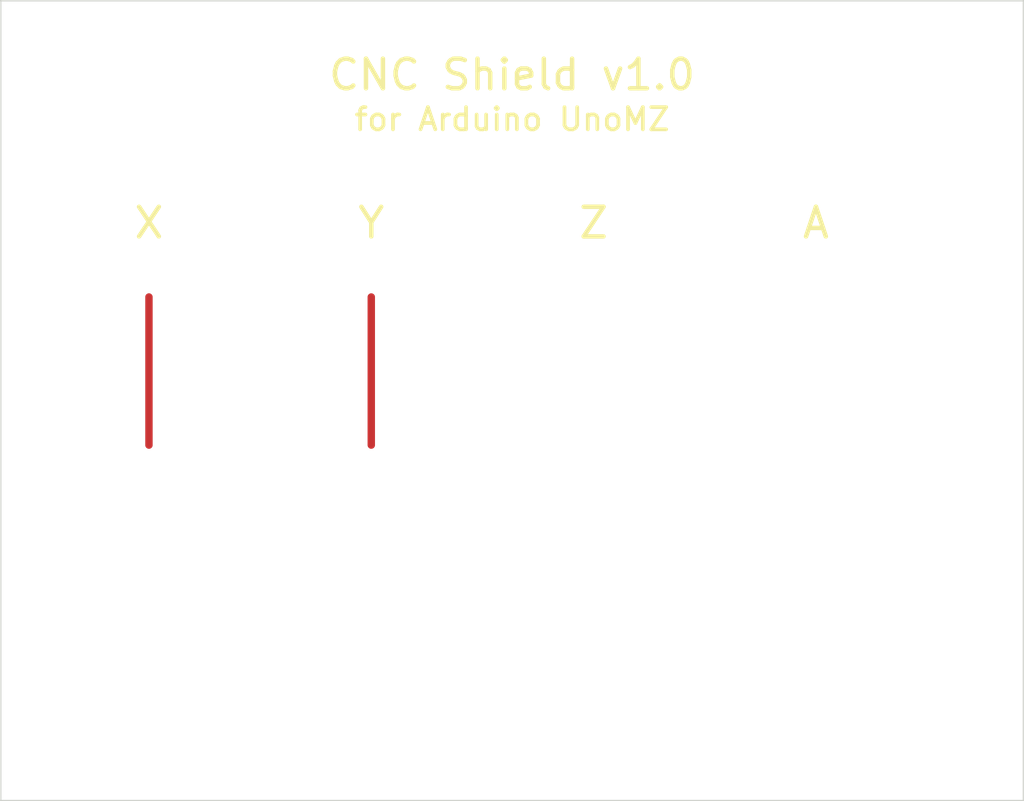
<source format=kicad_pcb>
(kicad_pcb (version 20211014) (generator pcbnew)

  (general
    (thickness 1.6)
  )

  (paper "A4")

  (title_block
    (title "CNC Shield for Arduino UnoMZ")
    (date "2025-12-24")
    (rev "1.0")
    (company "CNC Shield Project")
  )

  (layers
    (0 "F.Cu" signal)
    (31 "B.Cu" signal)
    (32 "B.Adhes" user "B.Adhesive")
    (33 "F.Adhes" user "F.Adhesive")
    (34 "B.Paste" user)
    (35 "F.Paste" user)
    (36 "B.SilkS" user "B.Silkscreen")
    (37 "F.SilkS" user "F.Silkscreen")
    (38 "B.Mask" user)
    (39 "F.Mask" user)
    (40 "Dwgs.User" user "User.Drawings")
    (41 "Cmts.User" user "User.Comments")
    (42 "Eco1.User" user "User.Eco1")
    (43 "Eco2.User" user "User.Eco2")
    (44 "Edge.Cuts" user)
    (45 "Margin" user)
    (46 "B.CrtYd" user "B.Courtyard")
    (47 "F.CrtYd" user "F.Courtyard")
    (48 "B.Fab" user)
    (49 "F.Fab" user)
  )

  (setup
    (pad_to_mask_clearance 0)
    (pcbplotparams
      (layerselection 0x00010fc_ffffffff)
      (disableapertmacros false)
      (usegerberextensions false)
      (usegerberattributes true)
      (usegerberadvancedattributes true)
      (creategerberjobfile true)
      (svguseinch false)
      (svgprecision 6)
      (excludeedgelayer true)
      (plotframeref false)
      (viasonmask false)
      (mode 1)
      (useauxorigin false)
      (hpglpennumber 1)
      (hpglpenspeed 20)
      (hpglpendiameter 15.000000)
      (dxfpolygonmode true)
      (dxfimperialunits true)
      (dxfusepcbnewfont true)
      (psnegative false)
      (psa4output false)
      (plotreference true)
      (plotvalue true)
      (plotinvisibletext false)
      (sketchpadsonfab false)
      (subtractmaskfromsilk false)
      (outputformat 1)
      (mirror false)
      (drillshape 1)
      (scaleselection 1)
      (outputdirectory "")
    )
  )

  (net 0 "")
  (net 1 "GND")
  (net 2 "+5V")
  (net 3 "VIN")
  (net 4 "X_STEP")
  (net 5 "X_DIR")
  (net 6 "Y_STEP")
  (net 7 "Y_DIR")
  (net 8 "Z_STEP")
  (net 9 "Z_DIR")
  (net 10 "A_STEP")
  (net 11 "A_DIR")
  (net 12 "ENABLE")
  (net 13 "X_LIMIT")
  (net 14 "Y_LIMIT")
  (net 15 "Z_LIMIT")

  (gr_line (start 0 0) (end 69 0) (layer "Edge.Cuts") (width 0.1) (tstamp 00000000-0000-0000-0000-000000000001))
  (gr_line (start 69 0) (end 69 54) (layer "Edge.Cuts") (width 0.1) (tstamp 00000000-0000-0000-0000-000000000002))
  (gr_line (start 69 54) (end 0 54) (layer "Edge.Cuts") (width 0.1) (tstamp 00000000-0000-0000-0000-000000000003))
  (gr_line (start 0 54) (end 0 0) (layer "Edge.Cuts") (width 0.1) (tstamp 00000000-0000-0000-0000-000000000004))

  (gr_text "CNC Shield v1.0" (at 34.5 5 0) (layer "F.SilkS")
    (effects (font (size 2 2) (thickness 0.3)))
    (tstamp 00000000-0000-0000-0000-000000000010)
  )

  (gr_text "for Arduino UnoMZ" (at 34.5 8 0) (layer "F.SilkS")
    (effects (font (size 1.5 1.5) (thickness 0.25)))
    (tstamp 00000000-0000-0000-0000-000000000011)
  )

  (gr_text "X" (at 10 15 0) (layer "F.SilkS")
    (effects (font (size 2 2) (thickness 0.3)))
    (tstamp 00000000-0000-0000-0000-000000000020)
  )

  (gr_text "Y" (at 25 15 0) (layer "F.SilkS")
    (effects (font (size 2 2) (thickness 0.3)))
    (tstamp 00000000-0000-0000-0000-000000000021)
  )

  (gr_text "Z" (at 40 15 0) (layer "F.SilkS")
    (effects (font (size 2 2) (thickness 0.3)))
    (tstamp 00000000-0000-0000-0000-000000000022)
  )

  (gr_text "A" (at 55 15 0) (layer "F.SilkS")
    (effects (font (size 2 2) (thickness 0.3)))
    (tstamp 00000000-0000-0000-0000-000000000023)
  )

  (segment (start 10 20) (end 10 30) (width 0.5) (layer "F.Cu") (net 1) (tstamp 00000000-0000-0000-0000-000000000100))
  (segment (start 25 20) (end 25 30) (width 0.5) (layer "F.Cu") (net 1) (tstamp 00000000-0000-0000-0000-000000000101))

)

</source>
